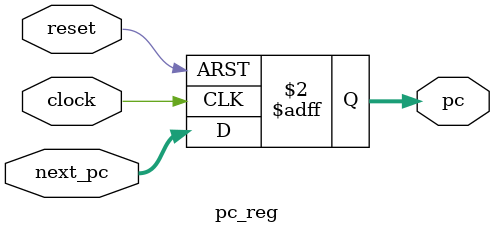
<source format=v>
module pc_reg (
    input        clock,
    input         reset,
    input   [31:0] next_pc,
    output reg  [31:0] pc
);

  always @(posedge clock or posedge reset) begin
        if (reset)
            pc <= 32'h00000000;   
        else
            pc <= next_pc;
    end

endmodule


</source>
